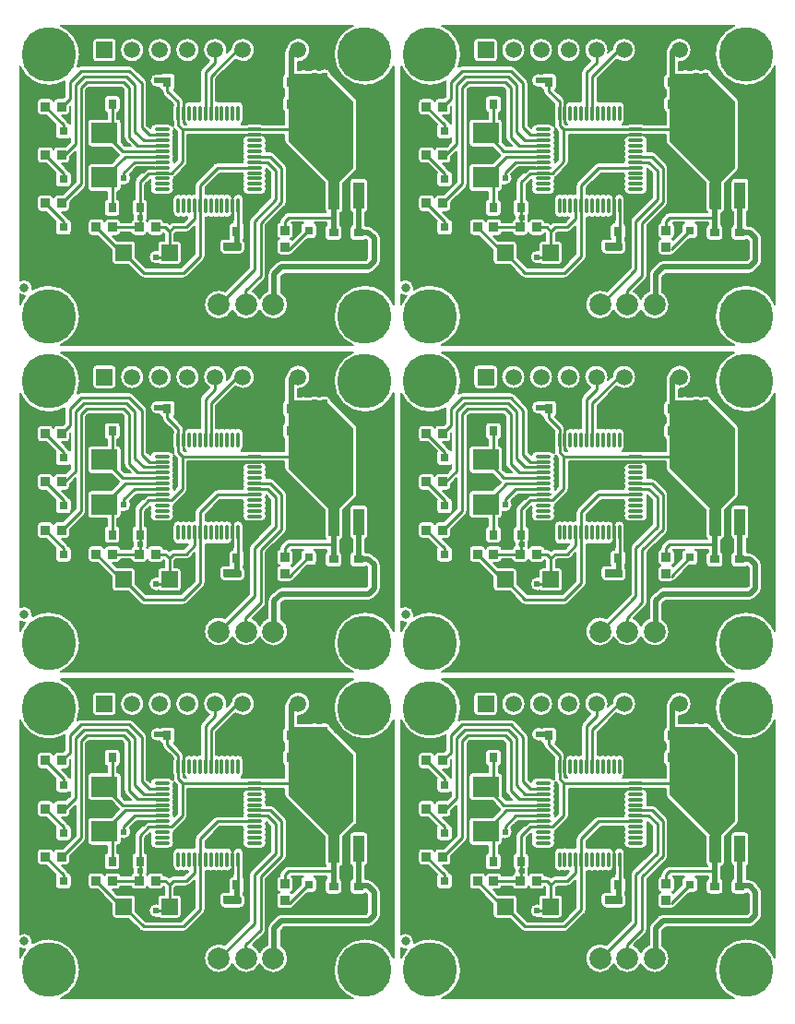
<source format=gtl>
G04 Layer: TopLayer*
G04 EasyEDA Pro v2.1.64.d1969c9c.217bcf, 2025-01-15 01:44:41*
G04 Gerber Generator version 0.3*
G04 Scale: 100 percent, Rotated: No, Reflected: No*
G04 Dimensions in millimeters*
G04 Leading zeros omitted, absolute positions, 3 integers and 5 decimals*
G04 Panelize: V-CUT, Column: 2, Row: 3, Board Size: 35.001mm x 30mm, Panelized Board Size: 69.997mm x 89.992mm, Panelized Method: All Objects*
%FSLAX35Y35*%
%MOMM*%
%ADD8191C,0.2032*%
%ADD10C,5.0*%
%ADD11C,0.8*%
%ADD12O,1.5X0.27*%
%ADD13O,0.27X1.5*%
%ADD14R,0.8X0.9*%
%ADD15R,2.4X1.9*%
%ADD16R,0.9X0.8*%
%ADD17R,0.98001X2.47*%
%ADD18R,3.6041X2.47*%
%ADD19R,3.59999X2.47*%
%ADD20R,0.9X0.8*%
%ADD21R,0.8X0.8*%
%ADD22R,0.86401X0.80648*%
%ADD23R,0.8X0.8*%
%ADD24R,0.80648X0.86401*%
%ADD25R,1.5X1.5*%
%ADD26C,1.5*%
%ADD27R,1.5X1.5*%
%ADD28R,0.80648X0.86401*%
%ADD29C,2.0*%
%ADD30R,2.0X2.0*%
%ADD31C,0.61*%
%ADD32C,0.254*%
%ADD33C,0.508*%
%ADD34C,0.24*%
G75*


%SRX2Y3I34.99746J29.99746*%

G04 Copper Start*
G36*
G01X2914186Y-2700000D02*
G03X3090934Y-2964186I285814J0D01*
G01X409066D01*
G03X585814Y-2700000I-109066J264186D01*
G03X300000Y-2414186I-285814J0D01*
G03X149728Y-2456879I0J-285814D01*
G03X152014Y-2438400I-73528J18479D01*
G03X76200Y-2362586I-75814J0D01*
G03X35814Y-2374238I0J-75814D01*
G01Y-409066D01*
G03X300000Y-585814I264186J109066D01*
G03X444670Y-546496I0J285814D01*
G03X444434Y-551274I48278J-4778D01*
G01Y-685483D01*
G01X428655Y-701262D01*
G01X377926D01*
G03X342913Y-729542I0J-35814D01*
G03X307900Y-701262I-35013J-7534D01*
G01X227253D01*
G03X191439Y-737076I0J-35814D01*
G01Y-823477D01*
G03X227253Y-859291I35814J0D01*
G01X277982D01*
G01X362247Y-943556D01*
G03X357381Y-961580I30948J-18024D01*
G01Y-1041580D01*
G03X393195Y-1077394I35814J0D01*
G01X473195D01*
G03X495234Y-1069809I0J35814D01*
G01Y-1102679D01*
G01X454430Y-1143483D01*
G01X377926D01*
G03X342913Y-1171764I0J-35814D01*
G03X307900Y-1143483I-35013J-7534D01*
G01X227253D01*
G03X191439Y-1179297I0J-35814D01*
G01Y-1265698D01*
G03X227253Y-1301512I35814J0D01*
G01X277982D01*
G01X362247Y-1385777D01*
G03X357381Y-1403801I30948J-18024D01*
G01Y-1483801D01*
G03X393195Y-1519615I35814J0D01*
G01X473195D01*
G03X509009Y-1483801I0J35814D01*
G01Y-1403801D01*
G03X477451Y-1368241I-35814J0D01*
G03X467499Y-1353811I-44256J-19875D01*
G01X415200Y-1301512D01*
G01X458573D01*
G03X494387Y-1265698I0J35814D01*
G01Y-1240744D01*
G01X546034Y-1189097D01*
G01Y-1468325D01*
G01X428655Y-1585704D01*
G01X377926D01*
G03X342913Y-1613985I0J-35814D01*
G03X307900Y-1585704I-35013J-7534D01*
G01X227253D01*
G03X191439Y-1621518I0J-35814D01*
G01Y-1707919D01*
G03X227253Y-1743733I35814J0D01*
G01X277982D01*
G01X362247Y-1827998D01*
G03X357381Y-1846022I30948J-18024D01*
G01Y-1926022D01*
G03X393195Y-1961836I35814J0D01*
G01X473195D01*
G03X509009Y-1926022I0J35814D01*
G01Y-1846022D01*
G03X477451Y-1810462I-35814J0D01*
G03X467499Y-1796032I-44256J-19875D01*
G01X415200Y-1743733D01*
G01X458573D01*
G03X494387Y-1707919I0J35814D01*
G01Y-1657190D01*
G01X628853Y-1522725D01*
G03X643062Y-1488420I-34305J34305D01*
G01Y-622169D01*
G01X665443Y-599788D01*
G01X968153D01*
G01X990534Y-622169D01*
G01Y-1059274D01*
G03X1004744Y-1093579I48514J0D01*
G01X1050119Y-1138954D01*
G01X998641D01*
G01X966262Y-1106575D01*
G01Y-924371D01*
G03X930514Y-888557I-35814J0D01*
G01Y-834802D01*
G03X957814Y-800015I-8514J34787D01*
G01Y-710015D01*
G03X922000Y-674201I-35814J0D01*
G01X842000D01*
G03X806186Y-710015I0J-35814D01*
G01Y-800015D01*
G03X833486Y-834802I35814J0D01*
G01Y-888557D01*
G01X690448D01*
G03X654634Y-924371I0J-35814D01*
G01Y-1114370D01*
G03X690448Y-1150184I35814J0D01*
G01X872653D01*
G01X944241Y-1221772D01*
G03X946941Y-1224275I34305J34305D01*
G01X872653Y-1298564D01*
G01X690448D01*
G03X654634Y-1334378I0J-35814D01*
G01Y-1524377D01*
G03X690448Y-1560191I35814J0D01*
G01X832241D01*
G01Y-1627187D01*
G03X804941Y-1661974I8514J-34787D01*
G01Y-1751974D01*
G03X840755Y-1787788I35814J0D01*
G01X920755D01*
G03X956569Y-1751974I0J35814D01*
G01Y-1661974D01*
G03X929269Y-1627187I-35814J0D01*
G01Y-1560191D01*
G01X930448D01*
G03X966262Y-1524377I0J35814D01*
G01Y-1496786D01*
G03X990600Y-1501414I24338J61686D01*
G03X1056914Y-1435100I0J66314D01*
G03X1045140Y-1397379I-66314J0D01*
G01X1107238Y-1335282D01*
G01X1264385D01*
G03X1276456Y-1336782I12071J47814D01*
G01X1399455D01*
G03X1405334Y-1336430I0J49314D01*
G01X1403449Y-1338315D01*
G03X1399455Y-1338153I-3994J-49152D01*
G01X1276456D01*
G03X1267609Y-1338953I0J-49314D01*
G01X1218855D01*
G03X1184550Y-1353163I0J-48514D01*
G01X1100451Y-1437262D01*
G03X1086241Y-1471567I34305J-34305D01*
G01Y-1627187D01*
G03X1058941Y-1661974I8514J-34787D01*
G01Y-1751974D01*
G03X1075078Y-1781898I35814J0D01*
G03X1073541Y-1795530I59677J-13631D01*
G03X1074916Y-1808431I61214J0D01*
G03X1053070Y-1836260I13572J-33143D01*
G01X961526D01*
G03X926108Y-1805760I-35418J-5314D01*
G01X845461D01*
G03X810448Y-1834040I0J-35814D01*
G03X775436Y-1805760I-35013J-7534D01*
G01X694788D01*
G03X658974Y-1841574I0J-35814D01*
G01Y-1927974D01*
G03X694788Y-1963788I35814J0D01*
G01X745517D01*
G01X877434Y-2095706D01*
G01Y-2194381D01*
G03X913248Y-2230195I35814J0D01*
G01X1030453D01*
G01X1138437Y-2338179D01*
G03X1172741Y-2352388I34305J34305D01*
G01X1534348D01*
G03X1568653Y-2338179I0J48514D01*
G01X1722247Y-2184585D01*
G03X1736456Y-2150280I-34305J34305D01*
G01Y-1798258D01*
G01X1737955Y-1798281D01*
G03X1762948Y-1791478I0J49314D01*
G03X1787942Y-1798281I24994J42511D01*
G03X1812948Y-1791470I0J49314D01*
G03X1837954Y-1798281I25006J42504D01*
G03X1862948Y-1791478I0J49314D01*
G03X1887942Y-1798281I24994J42511D01*
G03X1912948Y-1791470I0J49314D01*
G03X1937954Y-1798281I25006J42504D01*
G03X1987268Y-1748967I0J49314D01*
G01Y-1625967D01*
G03X1937954Y-1576653I-49314J0D01*
G03X1912948Y-1583463I0J-49314D01*
G03X1887942Y-1576653I-25006J-42504D01*
G03X1862948Y-1583456I0J-49314D01*
G03X1837954Y-1576653I-24994J-42511D01*
G03X1812948Y-1583463I0J-49314D01*
G03X1787942Y-1576653I-25006J-42504D01*
G03X1762948Y-1583456I0J-49314D01*
G03X1737955Y-1576653I-24994J-42511D01*
G01X1736456Y-1576676D01*
G01Y-1520260D01*
G01X1869528Y-1387188D01*
G01X2077128D01*
G01X2077127Y-1387467D01*
G03X2083938Y-1412474I49314J0D01*
G03X2077127Y-1437480I42504J-25006D01*
G03X2083930Y-1462474I49314J0D01*
G03X2077127Y-1487467I42511J-24994D01*
G03X2083938Y-1512473I49314J0D01*
G03X2077127Y-1537480I42504J-25006D01*
G03X2126441Y-1586794I49314J0D01*
G01X2249441D01*
G03X2298755Y-1537480I0J49314D01*
G03X2291944Y-1512473I-49314J0D01*
G03X2298755Y-1487467I-42504J25006D01*
G03X2291952Y-1462474I-49314J0D01*
G03X2298755Y-1437480I-42511J24994D01*
G03X2291944Y-1412474I-49314J0D01*
G03X2298755Y-1387467I-42504J25006D01*
G03X2291952Y-1362474I-49314J0D01*
G03X2297963Y-1346280I-42511J24994D01*
G01X2336734Y-1385051D01*
G01Y-1610679D01*
G01X2153636Y-1793777D01*
G03X2139427Y-1828081I34305J-34305D01*
G01Y-2252486D01*
G01X1919174Y-2472739D01*
G03X1860647Y-2459481I-58527J-122556D01*
G03X1724833Y-2595295I0J-135814D01*
G03X1860647Y-2731108I135814J0D01*
G03X1985653Y-2648387I0J135814D01*
G03X2110659Y-2731108I125006J53093D01*
G03X2235653Y-2648417I0J135814D01*
G03X2360646Y-2731108I124993J53123D01*
G03X2496460Y-2595295I0J135814D01*
G03X2431527Y-2479444I-135814J0D01*
G01Y-2341219D01*
G01X2462070Y-2310675D01*
G01X3235260D01*
G03X3278545Y-2292746I0J61214D01*
G01X3329345Y-2241946D01*
G03X3347274Y-2198661I-43285J43285D01*
G01Y-1985341D01*
G03X3329345Y-1942057I-61214J0D01*
G01X3275827Y-1888539D01*
G03X3232542Y-1870610I-43285J-43285D01*
G01X3214939D01*
G03X3206265Y-1862723I-28107J-22196D01*
G01Y-1748252D01*
G03X3229866Y-1714585I-12214J33667D01*
G01Y-1467585D01*
G03X3194052Y-1431771I-35814J0D01*
G01X3096051D01*
G03X3060237Y-1467585I0J-35814D01*
G01Y-1714585D01*
G03X3083837Y-1748252I35814J0D01*
G01Y-1859432D01*
G03X3061018Y-1892805I12995J-33373D01*
G01Y-1972805D01*
G03X3096832Y-2008619I35814J0D01*
G01X3186832D01*
G03X3212217Y-1998068I0J35814D01*
G01X3224846Y-2010697D01*
G01Y-2173306D01*
G01X3209904Y-2188247D01*
G01X2436714D01*
G03X2393430Y-2206176I0J-61214D01*
G01X2327028Y-2272578D01*
G03X2309099Y-2315863I43285J-43285D01*
G01Y-2469643D01*
G03X2235653Y-2542172I51548J-125651D01*
G03X2171626Y-2473934I-124993J-53123D01*
G01X2279853Y-2365707D01*
G03X2294062Y-2331402I-34305J34305D01*
G01Y-1866769D01*
G01X2470353Y-1690479D01*
G03X2484562Y-1656174I-34305J34305D01*
G01Y-1338602D01*
G03X2470353Y-1304298I-48514J0D01*
G01X2369231Y-1203176D01*
G03X2334926Y-1188966I-34305J-34305D01*
G01X2298732D01*
G01X2298755Y-1187468D01*
G03X2291952Y-1162474I-49314J0D01*
G03X2298755Y-1137481I-42511J24994D01*
G03X2291944Y-1112474I-49314J0D01*
G03X2298755Y-1087468I-42504J25006D01*
G03X2249441Y-1038154I-49314J0D01*
G01X2126441D01*
G03X2077127Y-1087468I0J-49314D01*
G03X2083938Y-1112474I49314J0D01*
G03X2077127Y-1137481I42504J-25006D01*
G03X2083930Y-1162474I49314J0D01*
G03X2077127Y-1187468I42511J-24994D01*
G03X2083938Y-1212474I49314J0D01*
G03X2077127Y-1237480I42504J-25006D01*
G03X2083930Y-1262474I49314J0D01*
G03X2077127Y-1287468I42511J-24994D01*
G03X2077201Y-1290160I49314J0D01*
G01X1849432D01*
G03X1815128Y-1304369I0J-48514D01*
G01X1653637Y-1465860D01*
G03X1639428Y-1500165I34305J-34305D01*
G01Y-1576675D01*
G01X1637955Y-1576653D01*
G03X1612949Y-1583463I0J-49314D01*
G03X1587942Y-1576653I-25006J-42504D01*
G03X1562949Y-1583456I0J-49314D01*
G03X1537955Y-1576653I-24994J-42511D01*
G03X1512949Y-1583463I0J-49314D01*
G03X1487942Y-1576653I-25006J-42504D01*
G03X1438628Y-1625967I0J-49314D01*
G01Y-1748967D01*
G03X1487942Y-1798281I49314J0D01*
G03X1512949Y-1791470I0J49314D01*
G03X1537955Y-1798281I25006J42504D01*
G03X1562949Y-1791478I0J49314D01*
G03X1578538Y-1797376I24994J42511D01*
G01X1539653Y-1836260D01*
G01X1445448D01*
G03X1411144Y-1850469I0J-48514D01*
G01X1407348Y-1854265D01*
G01X1403553Y-1850469D01*
G03X1369248Y-1836260I-34305J-34305D01*
G01X1355226D01*
G03X1319808Y-1805760I-35418J-5314D01*
G01X1239161D01*
G03X1204148Y-1834040I0J-35814D01*
G03X1200537Y-1824351I-35013J-7534D01*
G03X1206962Y-1795874I-59888J28477D01*
G03X1203171Y-1773773I-66314J0D01*
G03X1210569Y-1751974I-28416J21799D01*
G01Y-1661974D01*
G03X1183269Y-1627187I-35814J0D01*
G01Y-1491662D01*
G01X1228047Y-1446885D01*
G03X1233944Y-1462474I48409J9405D01*
G03X1227142Y-1487467I42511J-24994D01*
G03X1233952Y-1512473I49314J0D01*
G03X1227142Y-1537480I42504J-25006D01*
G03X1276456Y-1586794I49314J0D01*
G01X1399455D01*
G03X1448769Y-1537480I0J49314D01*
G03X1441959Y-1512473I-49314J0D01*
G03X1448769Y-1487467I-42504J25006D01*
G03X1441966Y-1462474I-49314J0D01*
G03X1448769Y-1437480I-42511J24994D01*
G03X1448029Y-1428969I-49314J0D01*
G03X1457210Y-1421772I-25124J41502D01*
G01X1560347Y-1318635D01*
G03X1574556Y-1284331I-34305J34305D01*
G01Y-1035982D01*
G01X2117594D01*
G03X2126441Y-1036782I8847J48514D01*
G01X2249441D01*
G03X2258288Y-1035982I0J49314D01*
G01X2463734D01*
G01Y-1097374D01*
G03X2474224Y-1122698I35814J0D01*
G01X2830240Y-1478714D01*
G01Y-1714585D01*
G03X2833271Y-1729006I35814J0D01*
G03X2844405Y-1746749I34577J9332D01*
G01X2499152D01*
G03X2464847Y-1760958I0J-48514D01*
G01X2432142Y-1793664D01*
G03X2417932Y-1827968I34305J-34305D01*
G01Y-1839449D01*
G03X2389717Y-1874448I7599J-34999D01*
G01Y-1955095D01*
G03X2417998Y-1990108I35814J0D01*
G03X2389717Y-2025120I7534J-35013D01*
G01Y-2105768D01*
G03X2425531Y-2141582I35814J0D01*
G01X2511932D01*
G03X2540423Y-2127468I0J35814D01*
G03X2546553Y-2122279I-28175J39494D01*
G01X2675363Y-1993468D01*
G01X2724974D01*
G03X2760788Y-1957654I0J35814D01*
G01Y-1877654D01*
G03X2736592Y-1843777I-35814J0D01*
G01X2852018D01*
G01Y-1860872D01*
G03X2832418Y-1892805I16214J-31933D01*
G01Y-1972805D01*
G03X2868232Y-2008619I35814J0D01*
G01X2958232D01*
G03X2994046Y-1972805I0J35814D01*
G01Y-1892805D01*
G03X2974446Y-1860872I-35814J0D01*
G01Y-1755138D01*
G03X3005262Y-1719674I-4997J35464D01*
G01Y-1480509D01*
G01X3121773Y-1363998D01*
G03X3132262Y-1338674I-25324J25324D01*
G01Y-729074D01*
G03X3121773Y-703750I-35814J0D01*
G01X2893373Y-475350D01*
G03X2829748Y-427729I-63625J-18692D01*
G03X2792380Y-439260I0J-66314D01*
G01X2776965D01*
G03X2740848Y-428562I-36117J-55616D01*
G03X2704732Y-439260I0J-66314D01*
G01X2664751D01*
G03X2639248Y-434160I-25503J-61214D01*
G03X2613745Y-439260I0J-66314D01*
G01X2586162D01*
G01Y-369964D01*
G01X2588448Y-369988D01*
G03X2699262Y-259174I0J110814D01*
G03X2606205Y-149792I-110814J0D01*
G03X2588448Y-147160I-17757J-58582D01*
G03X2570691Y-149792I0J-61214D01*
G03X2482051Y-228202I17757J-109382D01*
G01X2481663Y-228589D01*
G03X2463734Y-271874I43285J-43285D01*
G01Y-473760D01*
G03X2442937Y-506274I15016J-32514D01*
G01Y-596274D01*
G03X2463734Y-628788I35814J0D01*
G01Y-676960D01*
G03X2442937Y-709474I15016J-32514D01*
G01Y-799474D01*
G03X2463734Y-831988I35814J0D01*
G01Y-938954D01*
G01X2258288D01*
G03X2249441Y-938154I-8847J-48514D01*
G01X2126441D01*
G03X2117594Y-938954I0J-49314D01*
G01X2066833D01*
G03X2087268Y-898981I-28879J39973D01*
G01Y-775981D01*
G03X2037954Y-726667I-49314J0D01*
G03X2012948Y-733478I0J-49314D01*
G03X1987941Y-726667I-25006J-42504D01*
G03X1962948Y-733470I0J-49314D01*
G03X1937954Y-726667I-24994J-42511D01*
G03X1912948Y-733478I0J-49314D01*
G03X1887942Y-726667I-25006J-42504D01*
G03X1862948Y-733470I0J-49314D01*
G03X1837954Y-726667I-24994J-42511D01*
G01X1836456Y-726690D01*
G01Y-520976D01*
G01X2011503Y-345928D01*
G03X2080448Y-369988I68945J86754D01*
G03X2191262Y-259174I0J110814D01*
G03X2080448Y-148360I-110814J0D01*
G03X1969997Y-250216I0J-110814D01*
G01X1933883Y-286330D01*
G03X1937262Y-259174I-107435J27156D01*
G03X1826448Y-148360I-110814J0D01*
G03X1715634Y-259174I0J-110814D01*
G03X1774341Y-356972I110814J0D01*
G01X1703650Y-427663D01*
G03X1689441Y-461968I34305J-34305D01*
G01Y-726690D01*
G01X1687942Y-726667D01*
G03X1662948Y-733470I0J-49314D01*
G03X1637955Y-726667I-24994J-42511D01*
G03X1612949Y-733478I0J-49314D01*
G03X1587942Y-726667I-25006J-42504D01*
G03X1538628Y-775981I0J-49314D01*
G01Y-898981D01*
G03X1559063Y-938954I49314J0D01*
G01X1546138D01*
G01X1536456Y-929273D01*
G01Y-907828D01*
G03X1537257Y-898981I-48514J8847D01*
G01Y-775981D01*
G03X1536456Y-767134I-49314J0D01*
G01Y-733468D01*
G03X1522247Y-699164I-48514J0D01*
G01X1448692Y-625608D01*
G03X1463960Y-596274I-20546J29334D01*
G01Y-506274D01*
G03X1428146Y-470460I-35814J0D01*
G01X1348146D01*
G03X1327013Y-477360I0J-35814D01*
G01X1318551D01*
G03X1293048Y-472260I-25503J-61214D01*
G03X1226734Y-538574I0J-66314D01*
G03X1293048Y-604888I66314J0D01*
G03X1312774Y-601886I0J66314D01*
G03X1339632Y-631061I35372J5612D01*
G01Y-633672D01*
G03X1353841Y-667976I48514J0D01*
G01X1439428Y-753563D01*
G01Y-767134D01*
G03X1438628Y-775981I48514J-8847D01*
G01Y-898981D01*
G03X1439428Y-907828I49314J0D01*
G01Y-949368D01*
G03X1440712Y-960454I48514J0D01*
G03X1399455Y-938154I-41257J-27014D01*
G01X1276456D01*
G03X1228323Y-976739I0J-49314D01*
G01X1201862Y-950279D01*
G01Y-563974D01*
G03X1187653Y-529669I-48514J0D01*
G01X1073353Y-415369D01*
G03X1039048Y-401160I-34305J-34305D01*
G01X594548D01*
G03X562368Y-413369I0J-48514D01*
G03X585814Y-300000I-262368J113369D01*
G03X409066Y-35814I-285814J0D01*
G01X3090934D01*
G03X2914186Y-300000I109066J-264186D01*
G03X3200000Y-585814I285814J0D01*
G03X3464186Y-409066I0J285814D01*
G01Y-2590934D01*
G03X3200000Y-2414186I-264186J-109066D01*
G03X2914186Y-2700000I0J-285814D01*
G37*
%LPC*%
G36*
G01X2055048Y-2136488D02*
G03X2080373Y-2125998I0J35814D01*
G01X2093073Y-2113298D01*
G03X2103562Y-2087974I-25324J25324D01*
G01Y-2037174D01*
G03X2093073Y-2011850I-35814J0D01*
G01X2090862Y-2009639D01*
G01Y-1990923D01*
G03X2099265Y-1967874I-27412J23049D01*
G01Y-1877874D01*
G03X2086468Y-1850436I-35814J0D01*
G01Y-1757814D01*
G03X2087268Y-1748967I-48514J8847D01*
G01Y-1625967D01*
G03X2037954Y-1576653I-49314J0D01*
G03X1988640Y-1625967I0J-49314D01*
G01Y-1748967D01*
G03X1989440Y-1757814I49314J0D01*
G01Y-1842060D01*
G01X1983451D01*
G03X1947637Y-1877874I0J-35814D01*
G01Y-1967874D01*
G03X1954286Y-1988660I35814J0D01*
G01X1902648D01*
G03X1866834Y-2024474I0J-35814D01*
G01Y-2087974D01*
G03X1877324Y-2113298I35814J0D01*
G01X1890024Y-2125998D01*
G03X1915348Y-2136488I25324J25324D01*
G01X2055048D01*
G37*
G36*
G01X699634Y-334174D02*
G03X735448Y-369988I35814J0D01*
G01X885448D01*
G03X921262Y-334174I0J35814D01*
G01Y-184174D01*
G03X885448Y-148360I-35814J0D01*
G01X735448D01*
G03X699634Y-184174I0J-35814D01*
G01Y-334174D01*
G37*
G36*
G01X1572448Y-369988D02*
G03X1683262Y-259174I0J110814D01*
G03X1572448Y-148360I-110814J0D01*
G03X1461634Y-259174I0J-110814D01*
G03X1572448Y-369988I110814J0D01*
G37*
G36*
G01X1318448Y-369988D02*
G03X1429262Y-259174I0J110814D01*
G03X1318448Y-148360I-110814J0D01*
G03X1207634Y-259174I0J-110814D01*
G03X1318448Y-369988I110814J0D01*
G37*
G36*
G01X953634Y-259174D02*
G03X1064448Y-369988I110814J0D01*
G03X1175262Y-259174I0J110814D01*
G03X1064448Y-148360I-110814J0D01*
G03X953634Y-259174I0J-110814D01*
G37*
%LPD*%
G36*
G01X35814Y-2590934D02*
G01X35814Y-2502562D01*
G03X76200Y-2514214I40386J64162D01*
G03X83073Y-2513902I0J75814D01*
G03X35814Y-2590934I216927J-186098D01*
G37*
G36*
G01X495234Y-933351D02*
G03X477451Y-926020I-22040J-28229D01*
G03X467499Y-911590I-44256J-19875D01*
G01X415200Y-859291D01*
G01X458573D01*
G03X494387Y-823477I0J35814D01*
G01Y-772748D01*
G01X495234Y-771901D01*
G01Y-933351D01*
G37*
G36*
G01X1639428Y-2130185D02*
G01X1514253Y-2255360D01*
G01X1192836D01*
G01X1099062Y-2161586D01*
G01Y-2044381D01*
G03X1063248Y-2008567I-35814J0D01*
G01X927514D01*
G01X882735Y-1963788D01*
G01X926108D01*
G03X961526Y-1933288I0J35814D01*
G01X1053070D01*
G03X1088488Y-1963788I35418J5314D01*
G01X1169136D01*
G03X1204148Y-1935508I0J35814D01*
G03X1239161Y-1963788I35013J7534D01*
G01X1319808D01*
G03X1354116Y-1938251I0J35814D01*
G01X1358834Y-1942969D01*
G01Y-2008567D01*
G01X1332348D01*
G03X1296534Y-2044381I0J-35814D01*
G01Y-2094145D01*
G03X1282700Y-2092686I-13834J-64855D01*
G03X1216386Y-2159000I0J-66314D01*
G03X1282700Y-2225314I66314J0D01*
G03X1307742Y-2220404I0J66314D01*
G03X1332348Y-2230195I24606J26023D01*
G01X1482348D01*
G03X1518162Y-2194381I0J35814D01*
G01Y-2044381D01*
G03X1482348Y-2008567I-35814J0D01*
G01X1455862D01*
G01Y-1942969D01*
G01X1465543Y-1933288D01*
G01X1559748D01*
G03X1594053Y-1919079I0J48514D01*
G01X1639428Y-1873703D01*
G01Y-2130185D01*
G37*
G36*
G01X1477528Y-1264236D02*
G01X1448418Y-1293346D01*
G03X1448769Y-1287468I-48962J5879D01*
G03X1441966Y-1262474I-49314J0D01*
G03X1448769Y-1237480I-42511J24994D01*
G03X1441959Y-1212474I-49314J0D01*
G03X1448769Y-1187468I-42504J25006D01*
G03X1441966Y-1162474I-49314J0D01*
G03X1448769Y-1137481I-42511J24994D01*
G03X1441959Y-1112474I-49314J0D01*
G03X1448769Y-1087468I-42504J25006D01*
G03X1441966Y-1062474I-49314J0D01*
G03X1448769Y-1037481I-42511J24994D01*
G03X1441959Y-1012474I-49314J0D01*
G03X1448769Y-987468I-42504J25006D01*
G03X1447432Y-976061I-49314J0D01*
G03X1453638Y-983673I40511J26693D01*
G01X1477528Y-1007563D01*
G01Y-1264236D01*
G37*
G36*
G01X2609161Y-1922452D02*
G01X2534390Y-1997223D01*
G03X2519466Y-1990108I-22458J-27898D01*
G03X2547746Y-1955095I-7534J35013D01*
G01Y-1874448D01*
G03X2530424Y-1843777I-35814J0D01*
G01X2633358D01*
G03X2609161Y-1877654I11617J-33878D01*
G01Y-1922452D01*
G37*
G54D8191*
G01X2914186Y-2700000D02*
G03X3090934Y-2964186I285814J0D01*
G01X409066D01*
G03X585814Y-2700000I-109066J264186D01*
G03X300000Y-2414186I-285814J0D01*
G03X149728Y-2456879I0J-285814D01*
G03X152014Y-2438400I-73528J18479D01*
G03X76200Y-2362586I-75814J0D01*
G03X35814Y-2374238I0J-75814D01*
G01Y-409066D01*
G03X300000Y-585814I264186J109066D01*
G03X444670Y-546496I0J285814D01*
G03X444434Y-551274I48278J-4778D01*
G01Y-685483D01*
G01X428655Y-701262D01*
G01X377926D01*
G03X342913Y-729542I0J-35814D01*
G03X307900Y-701262I-35013J-7534D01*
G01X227253D01*
G03X191439Y-737076I0J-35814D01*
G01Y-823477D01*
G03X227253Y-859291I35814J0D01*
G01X277982D01*
G01X362247Y-943556D01*
G03X357381Y-961580I30948J-18024D01*
G01Y-1041580D01*
G03X393195Y-1077394I35814J0D01*
G01X473195D01*
G03X495234Y-1069809I0J35814D01*
G01Y-1102679D01*
G01X454430Y-1143483D01*
G01X377926D01*
G03X342913Y-1171764I0J-35814D01*
G03X307900Y-1143483I-35013J-7534D01*
G01X227253D01*
G03X191439Y-1179297I0J-35814D01*
G01Y-1265698D01*
G03X227253Y-1301512I35814J0D01*
G01X277982D01*
G01X362247Y-1385777D01*
G03X357381Y-1403801I30948J-18024D01*
G01Y-1483801D01*
G03X393195Y-1519615I35814J0D01*
G01X473195D01*
G03X509009Y-1483801I0J35814D01*
G01Y-1403801D01*
G03X477451Y-1368241I-35814J0D01*
G03X467499Y-1353811I-44256J-19875D01*
G01X415200Y-1301512D01*
G01X458573D01*
G03X494387Y-1265698I0J35814D01*
G01Y-1240744D01*
G01X546034Y-1189097D01*
G01Y-1468325D01*
G01X428655Y-1585704D01*
G01X377926D01*
G03X342913Y-1613985I0J-35814D01*
G03X307900Y-1585704I-35013J-7534D01*
G01X227253D01*
G03X191439Y-1621518I0J-35814D01*
G01Y-1707919D01*
G03X227253Y-1743733I35814J0D01*
G01X277982D01*
G01X362247Y-1827998D01*
G03X357381Y-1846022I30948J-18024D01*
G01Y-1926022D01*
G03X393195Y-1961836I35814J0D01*
G01X473195D01*
G03X509009Y-1926022I0J35814D01*
G01Y-1846022D01*
G03X477451Y-1810462I-35814J0D01*
G03X467499Y-1796032I-44256J-19875D01*
G01X415200Y-1743733D01*
G01X458573D01*
G03X494387Y-1707919I0J35814D01*
G01Y-1657190D01*
G01X628853Y-1522725D01*
G03X643062Y-1488420I-34305J34305D01*
G01Y-622169D01*
G01X665443Y-599788D01*
G01X968153D01*
G01X990534Y-622169D01*
G01Y-1059274D01*
G03X1004744Y-1093579I48514J0D01*
G01X1050119Y-1138954D01*
G01X998641D01*
G01X966262Y-1106575D01*
G01Y-924371D01*
G03X930514Y-888557I-35814J0D01*
G01Y-834802D01*
G03X957814Y-800015I-8514J34787D01*
G01Y-710015D01*
G03X922000Y-674201I-35814J0D01*
G01X842000D01*
G03X806186Y-710015I0J-35814D01*
G01Y-800015D01*
G03X833486Y-834802I35814J0D01*
G01Y-888557D01*
G01X690448D01*
G03X654634Y-924371I0J-35814D01*
G01Y-1114370D01*
G03X690448Y-1150184I35814J0D01*
G01X872653D01*
G01X944241Y-1221772D01*
G03X946941Y-1224275I34305J34305D01*
G01X872653Y-1298564D01*
G01X690448D01*
G03X654634Y-1334378I0J-35814D01*
G01Y-1524377D01*
G03X690448Y-1560191I35814J0D01*
G01X832241D01*
G01Y-1627187D01*
G03X804941Y-1661974I8514J-34787D01*
G01Y-1751974D01*
G03X840755Y-1787788I35814J0D01*
G01X920755D01*
G03X956569Y-1751974I0J35814D01*
G01Y-1661974D01*
G03X929269Y-1627187I-35814J0D01*
G01Y-1560191D01*
G01X930448D01*
G03X966262Y-1524377I0J35814D01*
G01Y-1496786D01*
G03X990600Y-1501414I24338J61686D01*
G03X1056914Y-1435100I0J66314D01*
G03X1045140Y-1397379I-66314J0D01*
G01X1107238Y-1335282D01*
G01X1264385D01*
G03X1276456Y-1336782I12071J47814D01*
G01X1399455D01*
G03X1405334Y-1336430I0J49314D01*
G01X1403449Y-1338315D01*
G03X1399455Y-1338153I-3994J-49152D01*
G01X1276456D01*
G03X1267609Y-1338953I0J-49314D01*
G01X1218855D01*
G03X1184550Y-1353163I0J-48514D01*
G01X1100451Y-1437262D01*
G03X1086241Y-1471567I34305J-34305D01*
G01Y-1627187D01*
G03X1058941Y-1661974I8514J-34787D01*
G01Y-1751974D01*
G03X1075078Y-1781898I35814J0D01*
G03X1073541Y-1795530I59677J-13631D01*
G03X1074916Y-1808431I61214J0D01*
G03X1053070Y-1836260I13572J-33143D01*
G01X961526D01*
G03X926108Y-1805760I-35418J-5314D01*
G01X845461D01*
G03X810448Y-1834040I0J-35814D01*
G03X775436Y-1805760I-35013J-7534D01*
G01X694788D01*
G03X658974Y-1841574I0J-35814D01*
G01Y-1927974D01*
G03X694788Y-1963788I35814J0D01*
G01X745517D01*
G01X877434Y-2095706D01*
G01Y-2194381D01*
G03X913248Y-2230195I35814J0D01*
G01X1030453D01*
G01X1138437Y-2338179D01*
G03X1172741Y-2352388I34305J34305D01*
G01X1534348D01*
G03X1568653Y-2338179I0J48514D01*
G01X1722247Y-2184585D01*
G03X1736456Y-2150280I-34305J34305D01*
G01Y-1798258D01*
G01X1737955Y-1798281D01*
G03X1762948Y-1791478I0J49314D01*
G03X1787942Y-1798281I24994J42511D01*
G03X1812948Y-1791470I0J49314D01*
G03X1837954Y-1798281I25006J42504D01*
G03X1862948Y-1791478I0J49314D01*
G03X1887942Y-1798281I24994J42511D01*
G03X1912948Y-1791470I0J49314D01*
G03X1937954Y-1798281I25006J42504D01*
G03X1987268Y-1748967I0J49314D01*
G01Y-1625967D01*
G03X1937954Y-1576653I-49314J0D01*
G03X1912948Y-1583463I0J-49314D01*
G03X1887942Y-1576653I-25006J-42504D01*
G03X1862948Y-1583456I0J-49314D01*
G03X1837954Y-1576653I-24994J-42511D01*
G03X1812948Y-1583463I0J-49314D01*
G03X1787942Y-1576653I-25006J-42504D01*
G03X1762948Y-1583456I0J-49314D01*
G03X1737955Y-1576653I-24994J-42511D01*
G01X1736456Y-1576676D01*
G01Y-1520260D01*
G01X1869528Y-1387188D01*
G01X2077128D01*
G01X2077127Y-1387467D01*
G03X2083938Y-1412474I49314J0D01*
G03X2077127Y-1437480I42504J-25006D01*
G03X2083930Y-1462474I49314J0D01*
G03X2077127Y-1487467I42511J-24994D01*
G03X2083938Y-1512473I49314J0D01*
G03X2077127Y-1537480I42504J-25006D01*
G03X2126441Y-1586794I49314J0D01*
G01X2249441D01*
G03X2298755Y-1537480I0J49314D01*
G03X2291944Y-1512473I-49314J0D01*
G03X2298755Y-1487467I-42504J25006D01*
G03X2291952Y-1462474I-49314J0D01*
G03X2298755Y-1437480I-42511J24994D01*
G03X2291944Y-1412474I-49314J0D01*
G03X2298755Y-1387467I-42504J25006D01*
G03X2291952Y-1362474I-49314J0D01*
G03X2297963Y-1346280I-42511J24994D01*
G01X2336734Y-1385051D01*
G01Y-1610679D01*
G01X2153636Y-1793777D01*
G03X2139427Y-1828081I34305J-34305D01*
G01Y-2252486D01*
G01X1919174Y-2472739D01*
G03X1860647Y-2459481I-58527J-122556D01*
G03X1724833Y-2595295I0J-135814D01*
G03X1860647Y-2731108I135814J0D01*
G03X1985653Y-2648387I0J135814D01*
G03X2110659Y-2731108I125006J53093D01*
G03X2235653Y-2648417I0J135814D01*
G03X2360646Y-2731108I124993J53123D01*
G03X2496460Y-2595295I0J135814D01*
G03X2431527Y-2479444I-135814J0D01*
G01Y-2341219D01*
G01X2462070Y-2310675D01*
G01X3235260D01*
G03X3278545Y-2292746I0J61214D01*
G01X3329345Y-2241946D01*
G03X3347274Y-2198661I-43285J43285D01*
G01Y-1985341D01*
G03X3329345Y-1942057I-61214J0D01*
G01X3275827Y-1888539D01*
G03X3232542Y-1870610I-43285J-43285D01*
G01X3214939D01*
G03X3206265Y-1862723I-28107J-22196D01*
G01Y-1748252D01*
G03X3229866Y-1714585I-12214J33667D01*
G01Y-1467585D01*
G03X3194052Y-1431771I-35814J0D01*
G01X3096051D01*
G03X3060237Y-1467585I0J-35814D01*
G01Y-1714585D01*
G03X3083837Y-1748252I35814J0D01*
G01Y-1859432D01*
G03X3061018Y-1892805I12995J-33373D01*
G01Y-1972805D01*
G03X3096832Y-2008619I35814J0D01*
G01X3186832D01*
G03X3212217Y-1998068I0J35814D01*
G01X3224846Y-2010697D01*
G01Y-2173306D01*
G01X3209904Y-2188247D01*
G01X2436714D01*
G03X2393430Y-2206176I0J-61214D01*
G01X2327028Y-2272578D01*
G03X2309099Y-2315863I43285J-43285D01*
G01Y-2469643D01*
G03X2235653Y-2542172I51548J-125651D01*
G03X2171626Y-2473934I-124993J-53123D01*
G01X2279853Y-2365707D01*
G03X2294062Y-2331402I-34305J34305D01*
G01Y-1866769D01*
G01X2470353Y-1690479D01*
G03X2484562Y-1656174I-34305J34305D01*
G01Y-1338602D01*
G03X2470353Y-1304298I-48514J0D01*
G01X2369231Y-1203176D01*
G03X2334926Y-1188966I-34305J-34305D01*
G01X2298732D01*
G01X2298755Y-1187468D01*
G03X2291952Y-1162474I-49314J0D01*
G03X2298755Y-1137481I-42511J24994D01*
G03X2291944Y-1112474I-49314J0D01*
G03X2298755Y-1087468I-42504J25006D01*
G03X2249441Y-1038154I-49314J0D01*
G01X2126441D01*
G03X2077127Y-1087468I0J-49314D01*
G03X2083938Y-1112474I49314J0D01*
G03X2077127Y-1137481I42504J-25006D01*
G03X2083930Y-1162474I49314J0D01*
G03X2077127Y-1187468I42511J-24994D01*
G03X2083938Y-1212474I49314J0D01*
G03X2077127Y-1237480I42504J-25006D01*
G03X2083930Y-1262474I49314J0D01*
G03X2077127Y-1287468I42511J-24994D01*
G03X2077201Y-1290160I49314J0D01*
G01X1849432D01*
G03X1815128Y-1304369I0J-48514D01*
G01X1653637Y-1465860D01*
G03X1639428Y-1500165I34305J-34305D01*
G01Y-1576675D01*
G01X1637955Y-1576653D01*
G03X1612949Y-1583463I0J-49314D01*
G03X1587942Y-1576653I-25006J-42504D01*
G03X1562949Y-1583456I0J-49314D01*
G03X1537955Y-1576653I-24994J-42511D01*
G03X1512949Y-1583463I0J-49314D01*
G03X1487942Y-1576653I-25006J-42504D01*
G03X1438628Y-1625967I0J-49314D01*
G01Y-1748967D01*
G03X1487942Y-1798281I49314J0D01*
G03X1512949Y-1791470I0J49314D01*
G03X1537955Y-1798281I25006J42504D01*
G03X1562949Y-1791478I0J49314D01*
G03X1578538Y-1797376I24994J42511D01*
G01X1539653Y-1836260D01*
G01X1445448D01*
G03X1411144Y-1850469I0J-48514D01*
G01X1407348Y-1854265D01*
G01X1403553Y-1850469D01*
G03X1369248Y-1836260I-34305J-34305D01*
G01X1355226D01*
G03X1319808Y-1805760I-35418J-5314D01*
G01X1239161D01*
G03X1204148Y-1834040I0J-35814D01*
G03X1200537Y-1824351I-35013J-7534D01*
G03X1206962Y-1795874I-59888J28477D01*
G03X1203171Y-1773773I-66314J0D01*
G03X1210569Y-1751974I-28416J21799D01*
G01Y-1661974D01*
G03X1183269Y-1627187I-35814J0D01*
G01Y-1491662D01*
G01X1228047Y-1446885D01*
G03X1233944Y-1462474I48409J9405D01*
G03X1227142Y-1487467I42511J-24994D01*
G03X1233952Y-1512473I49314J0D01*
G03X1227142Y-1537480I42504J-25006D01*
G03X1276456Y-1586794I49314J0D01*
G01X1399455D01*
G03X1448769Y-1537480I0J49314D01*
G03X1441959Y-1512473I-49314J0D01*
G03X1448769Y-1487467I-42504J25006D01*
G03X1441966Y-1462474I-49314J0D01*
G03X1448769Y-1437480I-42511J24994D01*
G03X1448029Y-1428969I-49314J0D01*
G03X1457210Y-1421772I-25124J41502D01*
G01X1560347Y-1318635D01*
G03X1574556Y-1284331I-34305J34305D01*
G01Y-1035982D01*
G01X2117594D01*
G03X2126441Y-1036782I8847J48514D01*
G01X2249441D01*
G03X2258288Y-1035982I0J49314D01*
G01X2463734D01*
G01Y-1097374D01*
G03X2474224Y-1122698I35814J0D01*
G01X2830240Y-1478714D01*
G01Y-1714585D01*
G03X2833271Y-1729006I35814J0D01*
G03X2844405Y-1746749I34577J9332D01*
G01X2499152D01*
G03X2464847Y-1760958I0J-48514D01*
G01X2432142Y-1793664D01*
G03X2417932Y-1827968I34305J-34305D01*
G01Y-1839449D01*
G03X2389717Y-1874448I7599J-34999D01*
G01Y-1955095D01*
G03X2417998Y-1990108I35814J0D01*
G03X2389717Y-2025120I7534J-35013D01*
G01Y-2105768D01*
G03X2425531Y-2141582I35814J0D01*
G01X2511932D01*
G03X2540423Y-2127468I0J35814D01*
G03X2546553Y-2122279I-28175J39494D01*
G01X2675363Y-1993468D01*
G01X2724974D01*
G03X2760788Y-1957654I0J35814D01*
G01Y-1877654D01*
G03X2736592Y-1843777I-35814J0D01*
G01X2852018D01*
G01Y-1860872D01*
G03X2832418Y-1892805I16214J-31933D01*
G01Y-1972805D01*
G03X2868232Y-2008619I35814J0D01*
G01X2958232D01*
G03X2994046Y-1972805I0J35814D01*
G01Y-1892805D01*
G03X2974446Y-1860872I-35814J0D01*
G01Y-1755138D01*
G03X3005262Y-1719674I-4997J35464D01*
G01Y-1480509D01*
G01X3121773Y-1363998D01*
G03X3132262Y-1338674I-25324J25324D01*
G01Y-729074D01*
G03X3121773Y-703750I-35814J0D01*
G01X2893373Y-475350D01*
G03X2829748Y-427729I-63625J-18692D01*
G03X2792380Y-439260I0J-66314D01*
G01X2776965D01*
G03X2740848Y-428562I-36117J-55616D01*
G03X2704732Y-439260I0J-66314D01*
G01X2664751D01*
G03X2639248Y-434160I-25503J-61214D01*
G03X2613745Y-439260I0J-66314D01*
G01X2586162D01*
G01Y-369964D01*
G01X2588448Y-369988D01*
G03X2699262Y-259174I0J110814D01*
G03X2606205Y-149792I-110814J0D01*
G03X2588448Y-147160I-17757J-58582D01*
G03X2570691Y-149792I0J-61214D01*
G03X2482051Y-228202I17757J-109382D01*
G01X2481663Y-228589D01*
G03X2463734Y-271874I43285J-43285D01*
G01Y-473760D01*
G03X2442937Y-506274I15016J-32514D01*
G01Y-596274D01*
G03X2463734Y-628788I35814J0D01*
G01Y-676960D01*
G03X2442937Y-709474I15016J-32514D01*
G01Y-799474D01*
G03X2463734Y-831988I35814J0D01*
G01Y-938954D01*
G01X2258288D01*
G03X2249441Y-938154I-8847J-48514D01*
G01X2126441D01*
G03X2117594Y-938954I0J-49314D01*
G01X2066833D01*
G03X2087268Y-898981I-28879J39973D01*
G01Y-775981D01*
G03X2037954Y-726667I-49314J0D01*
G03X2012948Y-733478I0J-49314D01*
G03X1987941Y-726667I-25006J-42504D01*
G03X1962948Y-733470I0J-49314D01*
G03X1937954Y-726667I-24994J-42511D01*
G03X1912948Y-733478I0J-49314D01*
G03X1887942Y-726667I-25006J-42504D01*
G03X1862948Y-733470I0J-49314D01*
G03X1837954Y-726667I-24994J-42511D01*
G01X1836456Y-726690D01*
G01Y-520976D01*
G01X2011503Y-345928D01*
G03X2080448Y-369988I68945J86754D01*
G03X2191262Y-259174I0J110814D01*
G03X2080448Y-148360I-110814J0D01*
G03X1969997Y-250216I0J-110814D01*
G01X1933883Y-286330D01*
G03X1937262Y-259174I-107435J27156D01*
G03X1826448Y-148360I-110814J0D01*
G03X1715634Y-259174I0J-110814D01*
G03X1774341Y-356972I110814J0D01*
G01X1703650Y-427663D01*
G03X1689441Y-461968I34305J-34305D01*
G01Y-726690D01*
G01X1687942Y-726667D01*
G03X1662948Y-733470I0J-49314D01*
G03X1637955Y-726667I-24994J-42511D01*
G03X1612949Y-733478I0J-49314D01*
G03X1587942Y-726667I-25006J-42504D01*
G03X1538628Y-775981I0J-49314D01*
G01Y-898981D01*
G03X1559063Y-938954I49314J0D01*
G01X1546138D01*
G01X1536456Y-929273D01*
G01Y-907828D01*
G03X1537257Y-898981I-48514J8847D01*
G01Y-775981D01*
G03X1536456Y-767134I-49314J0D01*
G01Y-733468D01*
G03X1522247Y-699164I-48514J0D01*
G01X1448692Y-625608D01*
G03X1463960Y-596274I-20546J29334D01*
G01Y-506274D01*
G03X1428146Y-470460I-35814J0D01*
G01X1348146D01*
G03X1327013Y-477360I0J-35814D01*
G01X1318551D01*
G03X1293048Y-472260I-25503J-61214D01*
G03X1226734Y-538574I0J-66314D01*
G03X1293048Y-604888I66314J0D01*
G03X1312774Y-601886I0J66314D01*
G03X1339632Y-631061I35372J5612D01*
G01Y-633672D01*
G03X1353841Y-667976I48514J0D01*
G01X1439428Y-753563D01*
G01Y-767134D01*
G03X1438628Y-775981I48514J-8847D01*
G01Y-898981D01*
G03X1439428Y-907828I49314J0D01*
G01Y-949368D01*
G03X1440712Y-960454I48514J0D01*
G03X1399455Y-938154I-41257J-27014D01*
G01X1276456D01*
G03X1228323Y-976739I0J-49314D01*
G01X1201862Y-950279D01*
G01Y-563974D01*
G03X1187653Y-529669I-48514J0D01*
G01X1073353Y-415369D01*
G03X1039048Y-401160I-34305J-34305D01*
G01X594548D01*
G03X562368Y-413369I0J-48514D01*
G03X585814Y-300000I-262368J113369D01*
G03X409066Y-35814I-285814J0D01*
G01X3090934D01*
G03X2914186Y-300000I109066J-264186D01*
G03X3200000Y-585814I285814J0D01*
G03X3464186Y-409066I0J285814D01*
G01Y-2590934D01*
G03X3200000Y-2414186I-264186J-109066D01*
G03X2914186Y-2700000I0J-285814D01*
G01X2055048Y-2136488D02*
G03X2080373Y-2125998I0J35814D01*
G01X2093073Y-2113298D01*
G03X2103562Y-2087974I-25324J25324D01*
G01Y-2037174D01*
G03X2093073Y-2011850I-35814J0D01*
G01X2090862Y-2009639D01*
G01Y-1990923D01*
G03X2099265Y-1967874I-27412J23049D01*
G01Y-1877874D01*
G03X2086468Y-1850436I-35814J0D01*
G01Y-1757814D01*
G03X2087268Y-1748967I-48514J8847D01*
G01Y-1625967D01*
G03X2037954Y-1576653I-49314J0D01*
G03X1988640Y-1625967I0J-49314D01*
G01Y-1748967D01*
G03X1989440Y-1757814I49314J0D01*
G01Y-1842060D01*
G01X1983451D01*
G03X1947637Y-1877874I0J-35814D01*
G01Y-1967874D01*
G03X1954286Y-1988660I35814J0D01*
G01X1902648D01*
G03X1866834Y-2024474I0J-35814D01*
G01Y-2087974D01*
G03X1877324Y-2113298I35814J0D01*
G01X1890024Y-2125998D01*
G03X1915348Y-2136488I25324J25324D01*
G01X2055048D01*
G01X699634Y-334174D02*
G03X735448Y-369988I35814J0D01*
G01X885448D01*
G03X921262Y-334174I0J35814D01*
G01Y-184174D01*
G03X885448Y-148360I-35814J0D01*
G01X735448D01*
G03X699634Y-184174I0J-35814D01*
G01Y-334174D01*
G01X1572448Y-369988D02*
G03X1683262Y-259174I0J110814D01*
G03X1572448Y-148360I-110814J0D01*
G03X1461634Y-259174I0J-110814D01*
G03X1572448Y-369988I110814J0D01*
G01X1318448Y-369988D02*
G03X1429262Y-259174I0J110814D01*
G03X1318448Y-148360I-110814J0D01*
G03X1207634Y-259174I0J-110814D01*
G03X1318448Y-369988I110814J0D01*
G01X953634Y-259174D02*
G03X1064448Y-369988I110814J0D01*
G03X1175262Y-259174I0J110814D01*
G03X1064448Y-148360I-110814J0D01*
G03X953634Y-259174I0J-110814D01*
G01X35814Y-2590934D02*
G01X35814Y-2502562D01*
G03X76200Y-2514214I40386J64162D01*
G03X83073Y-2513902I0J75814D01*
G03X35814Y-2590934I216927J-186098D01*
G01X495234Y-933351D02*
G03X477451Y-926020I-22040J-28229D01*
G03X467499Y-911590I-44256J-19875D01*
G01X415200Y-859291D01*
G01X458573D01*
G03X494387Y-823477I0J35814D01*
G01Y-772748D01*
G01X495234Y-771901D01*
G01Y-933351D01*
G01X1639428Y-2130185D02*
G01X1514253Y-2255360D01*
G01X1192836D01*
G01X1099062Y-2161586D01*
G01Y-2044381D01*
G03X1063248Y-2008567I-35814J0D01*
G01X927514D01*
G01X882735Y-1963788D01*
G01X926108D01*
G03X961526Y-1933288I0J35814D01*
G01X1053070D01*
G03X1088488Y-1963788I35418J5314D01*
G01X1169136D01*
G03X1204148Y-1935508I0J35814D01*
G03X1239161Y-1963788I35013J7534D01*
G01X1319808D01*
G03X1354116Y-1938251I0J35814D01*
G01X1358834Y-1942969D01*
G01Y-2008567D01*
G01X1332348D01*
G03X1296534Y-2044381I0J-35814D01*
G01Y-2094145D01*
G03X1282700Y-2092686I-13834J-64855D01*
G03X1216386Y-2159000I0J-66314D01*
G03X1282700Y-2225314I66314J0D01*
G03X1307742Y-2220404I0J66314D01*
G03X1332348Y-2230195I24606J26023D01*
G01X1482348D01*
G03X1518162Y-2194381I0J35814D01*
G01Y-2044381D01*
G03X1482348Y-2008567I-35814J0D01*
G01X1455862D01*
G01Y-1942969D01*
G01X1465543Y-1933288D01*
G01X1559748D01*
G03X1594053Y-1919079I0J48514D01*
G01X1639428Y-1873703D01*
G01Y-2130185D01*
G01X1477528Y-1264236D02*
G01X1448418Y-1293346D01*
G03X1448769Y-1287468I-48962J5879D01*
G03X1441966Y-1262474I-49314J0D01*
G03X1448769Y-1237480I-42511J24994D01*
G03X1441959Y-1212474I-49314J0D01*
G03X1448769Y-1187468I-42504J25006D01*
G03X1441966Y-1162474I-49314J0D01*
G03X1448769Y-1137481I-42511J24994D01*
G03X1441959Y-1112474I-49314J0D01*
G03X1448769Y-1087468I-42504J25006D01*
G03X1441966Y-1062474I-49314J0D01*
G03X1448769Y-1037481I-42511J24994D01*
G03X1441959Y-1012474I-49314J0D01*
G03X1448769Y-987468I-42504J25006D01*
G03X1447432Y-976061I-49314J0D01*
G03X1453638Y-983673I40511J26693D01*
G01X1477528Y-1007563D01*
G01Y-1264236D01*
G01X2609161Y-1922452D02*
G01X2534390Y-1997223D01*
G03X2519466Y-1990108I-22458J-27898D01*
G03X2547746Y-1955095I-7534J35013D01*
G01Y-1874448D01*
G03X2530424Y-1843777I-35814J0D01*
G01X2633358D01*
G03X2609161Y-1877654I11617J-33878D01*
G01Y-1922452D01*
G04 Copper End*

G04 PolygonModel Start*
G36*
G01X2867848Y-1719674D02*
G01X2867848Y-1465674D01*
G01X2499548Y-1097374D01*
G01Y-475074D01*
G01X2842448D01*
G01X3096448Y-729074D01*
G01Y-1338674D01*
G01X2969448Y-1465674D01*
G01Y-1719674D01*
G01X2867848D01*
G37*
G36*
G01X2055048Y-2024474D02*
G01X2067748Y-2037174D01*
G01Y-2087974D01*
G01X2055048Y-2100674D01*
G01X1915348D01*
G01X1902648Y-2087974D01*
G01Y-2024474D01*
G01X2055048D01*
G37*
G04 PolygonModel End*

G04 Pad Start*
G54D10*
G01X3200000Y-2700000D03*
G01X3200000Y-300000D03*
G01X300000Y-300000D03*
G01X300000Y-2700000D03*
G54D11*
G01X76200Y-2438400D03*
G01X228600Y-2374900D03*
G01X431800Y-2374900D03*
G01X558800Y-2489200D03*
G01X622300Y-2641600D03*
G01X622300Y-2806700D03*
G01X546100Y-2921000D03*
G01X2933700Y-2914650D03*
G01X2882900Y-2762250D03*
G01X2895600Y-2571750D03*
G01X2997200Y-2444750D03*
G01X3136900Y-2368550D03*
G01X3302000Y-2368550D03*
G01X3416300Y-2444750D03*
G01X3422650Y-558800D03*
G01X3270250Y-609600D03*
G01X3079750Y-596900D03*
G01X2952750Y-495300D03*
G01X2876550Y-355600D03*
G01X2876550Y-190500D03*
G01X2952750Y-76200D03*
G01X546100Y-76200D03*
G01X609600Y-215900D03*
G01X330200Y-622300D03*
G01X177800Y-603250D03*
G01X76200Y-546100D03*
G54D12*
G01X1337955Y-987468D03*
G01X1337955Y-1037481D03*
G01X1337955Y-1087468D03*
G01X1337955Y-1137481D03*
G01X1337955Y-1187468D03*
G01X1337955Y-1237480D03*
G01X1337955Y-1287468D03*
G01X1337955Y-1337480D03*
G01X1337955Y-1387467D03*
G01X1337955Y-1437480D03*
G01X1337955Y-1487467D03*
G01X1337955Y-1537480D03*
G54D13*
G01X1487942Y-1687467D03*
G01X1537955Y-1687467D03*
G01X1587942Y-1687467D03*
G01X1637955Y-1687467D03*
G01X1687942Y-1687467D03*
G01X1737955Y-1687467D03*
G01X1787942Y-1687467D03*
G01X1837954Y-1687467D03*
G01X1887942Y-1687467D03*
G01X1937954Y-1687467D03*
G01X1987941Y-1687467D03*
G01X2037954Y-1687467D03*
G54D12*
G01X2187941Y-1537480D03*
G01X2187941Y-1487467D03*
G01X2187941Y-1437480D03*
G01X2187941Y-1387467D03*
G01X2187941Y-1337480D03*
G01X2187941Y-1287468D03*
G01X2187941Y-1237480D03*
G01X2187941Y-1187468D03*
G01X2187941Y-1137481D03*
G01X2187941Y-1087468D03*
G01X2187941Y-1037481D03*
G01X2187941Y-987468D03*
G54D13*
G01X2037954Y-837481D03*
G01X1987941Y-837481D03*
G01X1937954Y-837481D03*
G01X1887942Y-837481D03*
G01X1837954Y-837481D03*
G01X1787942Y-837481D03*
G01X1737955Y-837481D03*
G01X1687942Y-837481D03*
G01X1637955Y-837481D03*
G01X1587942Y-837481D03*
G01X1537955Y-837481D03*
G01X1487942Y-837481D03*
G54D14*
G01X2518751Y-754474D03*
G01X2378746Y-754474D03*
G01X2023451Y-1922874D03*
G01X1883446Y-1922874D03*
G01X1528151Y-551274D03*
G01X1388146Y-551274D03*
G01X1274760Y-1706974D03*
G01X1134755Y-1706974D03*
G01X880755Y-1706974D03*
G01X740751Y-1706974D03*
G01X882000Y-755015D03*
G01X741995Y-755015D03*
G54D15*
G01X810448Y-1019371D03*
G01X810448Y-1429377D03*
G54D16*
G01X3141832Y-1932805D03*
G01X3141832Y-2072810D03*
G54D17*
G01X2685057Y-1591085D03*
G01X2915054Y-1591085D03*
G01X3145051Y-1591085D03*
G54D19*
G01X2915054Y-1024106D03*
G54D20*
G01X2913232Y-2072810D03*
G01X2913232Y-1932805D03*
G54D21*
G01X2685660Y-2077547D03*
G01X2684975Y-1917654D03*
G54D22*
G01X2468732Y-1914771D03*
G01X2468732Y-2065444D03*
G54D23*
G01X273302Y-1886708D03*
G01X433195Y-1886022D03*
G54D24*
G01X418249Y-1664719D03*
G01X267577Y-1664719D03*
G54D23*
G01X273302Y-1444487D03*
G01X433195Y-1443801D03*
G54D24*
G01X418249Y-1222498D03*
G01X267577Y-1222498D03*
G54D23*
G01X273302Y-1002266D03*
G01X433195Y-1001580D03*
G54D24*
G01X418249Y-780277D03*
G01X267577Y-780277D03*
G54D25*
G01X810448Y-259174D03*
G54D26*
G01X1064448Y-259174D03*
G01X1318448Y-259174D03*
G01X1572448Y-259174D03*
G01X1826448Y-259174D03*
G01X2080448Y-259174D03*
G01X2334448Y-259174D03*
G01X2588448Y-259174D03*
G54D27*
G01X988248Y-2119381D03*
G01X988248Y-2869367D03*
G01X1407348Y-2119381D03*
G01X1407348Y-2869367D03*
G54D28*
G01X735112Y-1884774D03*
G01X885785Y-1884774D03*
G54D24*
G01X1279485Y-1884774D03*
G01X1128812Y-1884774D03*
G54D29*
G01X1860647Y-2595295D03*
G01X2110659Y-2595295D03*
G01X2360646Y-2595295D03*
G54D30*
G01X2610658Y-2595295D03*
G54D14*
G01X2518751Y-551274D03*
G01X2378746Y-551274D03*
G04 Pad End*

G04 Via Start*
G54D31*
G01X2537648Y-1084674D03*
G01X2603137Y-1084674D03*
G01X2672511Y-1084674D03*
G01X2740848Y-856074D03*
G01X2823897Y-856074D03*
G01X2931348Y-856074D03*
G01X3045648Y-856074D03*
G01X2740848Y-741774D03*
G01X2740848Y-633130D03*
G01X2740848Y-494876D03*
G01X2829748Y-740941D03*
G01X2829748Y-632297D03*
G01X2829748Y-494043D03*
G01X2931348Y-741774D03*
G01X2931348Y-627474D03*
G01X3048000Y-749300D03*
G01X2639248Y-500474D03*
G01X2639248Y-856074D03*
G01X2639248Y-741774D03*
G01X2639248Y-627474D03*
G01X1140648Y-1795874D03*
G01X1293048Y-538574D03*
G01X2029648Y-2062574D03*
G01X1951803Y-2062574D03*
G01X743295Y-668542D03*
G01X668208Y-1707962D03*
G01X202406Y-1886134D03*
G01X1353697Y-1705264D03*
G01X1104900Y-1371600D03*
G01X2606926Y-1516479D03*
G01X2573982Y-1573796D03*
G01X2608761Y-1633095D03*
G01X2579561Y-1692394D03*
G01X3136762Y-2136668D03*
G01X2917406Y-2144596D03*
G01X2692763Y-2149221D03*
G01X2793192Y-2079186D03*
G01X3036994Y-2073900D03*
G01X1930400Y-1206500D03*
G01X990600Y-1435100D03*
G01X1282700Y-2159000D03*
G04 Via End*

G04 Track Start*
G54D32*
G01X988248Y-2119381D02*
G01X969719Y-2119381D01*
G01X735112Y-1884774D01*
G01X885785Y-1884774D02*
G01X1128812Y-1884774D01*
G01X1134755Y-1878830D02*
G01X1128812Y-1884774D01*
G01X1134755Y-1706974D02*
G01X1134755Y-1471567D01*
G01X1218855Y-1387467D01*
G01X1337955D01*
G01X2037954Y-1687467D02*
G01X2037954Y-1908371D01*
G01X2023451Y-1922874D01*
G01X267577Y-1222498D02*
G01X433195Y-1388116D01*
G01Y-1443801D01*
G01X267577Y-780277D02*
G01X433195Y-945895D01*
G01Y-1001580D01*
G01X267577Y-1664719D02*
G01X433195Y-1830337D01*
G01Y-1886022D01*
G01X273302Y-1886708D02*
G01X137348Y-1750755D01*
G01Y-1516474D01*
G01X209335Y-1444487D01*
G01X232842Y-1444487D02*
G01X137348Y-1348994D01*
G01Y-1071974D01*
G01X207056Y-1002266D01*
G01X273302D01*
G01X209335Y-1444487D02*
G01X232842Y-1444487D01*
G01X273302D01*
G01X810448Y-1429377D02*
G01X1002345Y-1237480D01*
G01X1337955D01*
G01X810448Y-1019371D02*
G01X978545Y-1187468D01*
G01X1337955D01*
G01X810448Y-1019371D02*
G01X882000Y-947819D01*
G01Y-755015D01*
G01X810448Y-1429377D02*
G01X880755Y-1499685D01*
G01Y-1706974D01*
G01X1039048Y-1059274D02*
G01X1115248Y-1135474D01*
G01X1335949D01*
G01X1337955Y-1137481D01*
G01X418249Y-1664719D02*
G01X594548Y-1488420D01*
G01X418249Y-1222498D02*
G01X444025Y-1222498D01*
G01X1089848Y-1008474D02*
G01X1168842Y-1087468D01*
G01X1337955D01*
G01X1153348Y-970374D02*
G01X1220455Y-1037481D01*
G01X1337955D01*
G01X418249Y-780277D02*
G01X492948Y-705578D01*
G01X444025Y-1222498D02*
G01X543748Y-1122774D01*
G01X988248Y-2869367D02*
G01X1407348Y-2869367D01*
G01X1559748Y-1884774D02*
G01X1637955Y-1806567D01*
G01Y-1687467D01*
G01X1279485Y-1884774D02*
G01X1369248Y-1884774D01*
G01X1407348Y-1922874D02*
G01X1407348Y-2119381D01*
G01X1407348Y-1922874D02*
G01X1445448Y-1884774D01*
G01X1559748D01*
G01X1407348Y-1922874D02*
G01X1369248Y-1884774D01*
G01X988248Y-2119381D02*
G01X1172741Y-2303874D01*
G01X1534348D01*
G01X1687942Y-2150280D01*
G01Y-1687467D01*
G01X2187941Y-1828081D02*
G01X2385248Y-1630774D01*
G01X2187941Y-2272581D02*
G01X2187941Y-1828081D01*
G01X2245548Y-1846674D02*
G01X2436048Y-1656174D01*
G01X1039048Y-602074D02*
G01X1039048Y-1059274D01*
G01X594548Y-1488420D02*
G01X594548Y-602074D01*
G01X543748Y-1122774D02*
G01X543748Y-576674D01*
G01X1089848Y-576674D02*
G01X1089848Y-1008474D01*
G01X594548Y-602074D02*
G01X645348Y-551274D01*
G01X988248D01*
G01X1039048Y-602074D01*
G01X543748Y-576674D02*
G01X619948Y-500474D01*
G01X1013648D01*
G01X1089848Y-576674D01*
G01X492948Y-705578D02*
G01X492948Y-551274D01*
G01X1153348Y-563974D02*
G01X1153348Y-970374D01*
G01X492948Y-551274D02*
G01X594548Y-449674D01*
G01X1039048D01*
G01X1153348Y-563974D01*
G01X1528151Y-551274D02*
G01X1537955Y-561078D01*
G01Y-837481D01*
G01X1388146Y-551274D02*
G01X1388146Y-633672D01*
G01X1487942Y-733468D01*
G01Y-837481D01*
G01X1987941Y-1687467D02*
G01X1987941Y-1818378D01*
G01X1883446Y-1922874D01*
G01X2512248Y-2087974D02*
G01X2682568Y-1917654D01*
G01X2684975D01*
G54D33*
G01X2913232Y-1932805D02*
G01X2913232Y-1592908D01*
G01X2915054Y-1591085D01*
G01X3145051Y-1591085D02*
G01X3145051Y-1929586D01*
G01X3141832Y-1932805D01*
G01X2913232Y-1592908D02*
G01X2913232Y-1025929D01*
G01X2915054Y-1024106D01*
G01X2565981D01*
G01X2524948Y-983074D01*
G01Y-557472D01*
G01X2518751Y-551274D01*
G54D32*
G01X2187941Y-987468D02*
G01X2520554Y-987468D01*
G01X2524948Y-983074D01*
G01X1487942Y-837481D02*
G01X1487942Y-949368D01*
G01X1526042Y-987468D01*
G01X2093148Y-1338674D02*
G01X2094342Y-1337480D01*
G01X2187941D01*
G01X1337955Y-1387467D02*
G01X1422906Y-1387467D01*
G01X1526042Y-1284331D01*
G01X1526042Y-987468D02*
G01X2187941Y-987468D01*
G01X1526042Y-1284331D02*
G01X1526042Y-987468D01*
G01X1787942Y-837481D02*
G01X1787942Y-500880D01*
G01X2080448Y-208374D01*
G01X1826448Y-208374D02*
G01X1826448Y-373474D01*
G01X1737955Y-461968D01*
G01Y-837481D01*
G54D33*
G01X2524948Y-557472D02*
G01X2524948Y-271874D01*
G01X2588448Y-208374D01*
G01X2334448Y-208374D02*
G01X2378746Y-252672D01*
G01Y-551274D01*
G01Y-754474D01*
G01X1140648Y-1795874D02*
G01X1135100Y-1795874D01*
G01X1134755Y-1795530D01*
G54D32*
G01X1134755Y-1706974D02*
G01X1134755Y-1795530D01*
G01Y-1878830D01*
G54D33*
G01X1293048Y-538574D02*
G01X1375446Y-538574D01*
G01X1388146Y-551274D01*
G01X2029648Y-2062574D02*
G01X2029648Y-1929072D01*
G01X2023451Y-1922874D01*
G54D32*
G01X2466446Y-1906758D02*
G01X2466446Y-1827968D01*
G01X2499152Y-1795263D01*
G01X2909454D01*
G01X2912427Y-1798236D01*
G01X1867346Y-2599639D02*
G01X1869439Y-2601732D01*
G01X1894839Y-2576332D01*
G01Y-2565683D01*
G01X2187941Y-2272581D01*
G54D33*
G01X3286060Y-1985341D02*
G01X3232542Y-1931824D01*
G01X3167132D01*
G01X3161185Y-1937770D01*
G01X3235260Y-2249461D02*
G01X3286060Y-2198661D01*
G01Y-1985341D01*
G01X2370313Y-2571063D02*
G01X2370313Y-2315863D01*
G01X2436714Y-2249461D01*
G01X3235260D01*
G54D32*
G01X2107845Y-2611366D02*
G01X2107845Y-2469105D01*
G01X2245548Y-2331402D01*
G01Y-1846674D01*
G01X2385248Y-1630774D02*
G01X2385248Y-1364956D01*
G01X2307760Y-1287468D01*
G01X2187941D01*
G01X2436048Y-1656174D02*
G01X2436048Y-1338602D01*
G01X2334926Y-1237480D01*
G01X2187941D01*
G01X1687942Y-1687467D02*
G01X1687942Y-1500165D01*
G01X1849432Y-1338674D01*
G01X2093148D01*
G54D34*
G01X2187941Y-1037481D02*
G01X2099419Y-1037481D01*
G01X1930400Y-1206500D01*
G01X1104900Y-1371600D02*
G01X1168400Y-1371600D01*
G01X1202520Y-1337480D01*
G01X1337955D01*
G01X1337955Y-1287468D02*
G01X1087432Y-1287468D01*
G01X990600Y-1384300D01*
G01Y-1435100D01*
G01X1282700Y-2159000D02*
G01X1367729Y-2159000D01*
G01X1407348Y-2119381D01*
G04 Track End*
%SR*%

M02*

</source>
